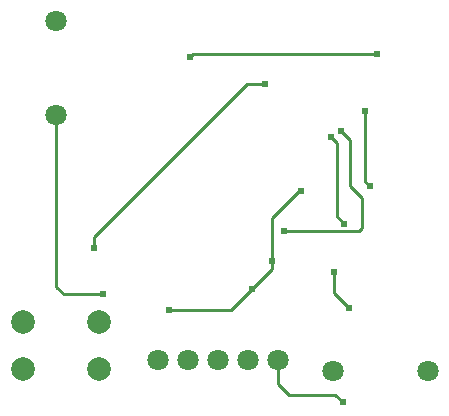
<source format=gbl>
G04 Layer: BottomLayer*
G04 EasyEDA Pro v1.8.39.fb3963, 2022-11-08 16:35:25*
G04 Gerber Generator version 0.3*
G04 Scale: 100 percent, Rotated: No, Reflected: No*
G04 Dimensions in millimeters*
G04 Leading zeros omitted, absolute positions, 3 integers and 3 decimals*
%FSLAX33Y33*%
%MOMM*%
%ADD10C,1.99898*%
%ADD11C,1.80086*%
%ADD12C,1.799996*%
%ADD13C,0.610001*%
%ADD14C,0.254*%
G75*


G04 Pad Start*
G54D10*
G01X8329Y-41448D03*
G01X1829Y-41448D03*
G01X1829Y-37546D03*
G01X8329Y-37546D03*
G54D11*
G01X4699Y-12001D03*
G01X4699Y-20002D03*
G01X36132Y-41656D03*
G01X28131Y-41656D03*
G54D12*
G01X13335Y-40767D03*
G01X15875Y-40767D03*
G01X18415Y-40767D03*
G01X20955Y-40767D03*
G01X23495Y-40767D03*
G04 Pad End*

G04 Via Start*
G54D13*
G01X28956Y-44323D03*
G01X8636Y-35179D03*
G01X7874Y-31242D03*
G01X22352Y-17399D03*
G01X14252Y-36484D03*
G01X22987Y-32385D03*
G01X21282Y-34725D03*
G01X28194Y-33274D03*
G01X29464Y-36322D03*
G01X25400Y-26416D03*
G01X29083Y-29210D03*
G01X27940Y-21844D03*
G01X31242Y-26035D03*
G01X30861Y-19685D03*
G01X24003Y-29845D03*
G01X28829Y-21336D03*
G01X31877Y-14859D03*
G01X16002Y-15113D03*
G04 Via End*

G04 Track Start*
G54D14*
G01X28956Y-44323D02*
G01X28321Y-43688D01*
G01X24384D01*
G01X23495Y-42799D01*
G01Y-40767D01*
G01X19523Y-36484D02*
G01X14252Y-36484D01*
G01X22987Y-33020D02*
G01X22987Y-32385D01*
G01X22987Y-33020D02*
G01X21282Y-34725D01*
G01X19523Y-36484D01*
G01X28194Y-33274D02*
G01X28194Y-35052D01*
G01X29464Y-36322D01*
G01X30861Y-19685D02*
G01X30861Y-25654D01*
G01X31242Y-26035D01*
G01X8636Y-35179D02*
G01X5334Y-35179D01*
G01X4699Y-34544D01*
G01Y-20002D01*
G01X7874Y-31242D02*
G01X7874Y-30353D01*
G01X20828Y-17399D01*
G01X22352D01*
G01X29083Y-29210D02*
G01X28448Y-28575D01*
G01Y-22352D01*
G01X27940Y-21844D01*
G01X25400Y-26416D02*
G01X25273Y-26416D01*
G01X22987Y-28702D01*
G01Y-32385D01*
G01X24003Y-29845D02*
G01X30353Y-29845D01*
G01X30607Y-29591D01*
G01Y-27051D01*
G01X29591Y-26035D01*
G01X29591Y-22098D02*
G01X29591Y-26035D01*
G01X28829Y-21336D02*
G01X29591Y-22098D01*
G01X31877Y-14859D02*
G01X16256Y-14859D01*
G01X16002Y-15113D01*
G04 Track End*

M02*

</source>
